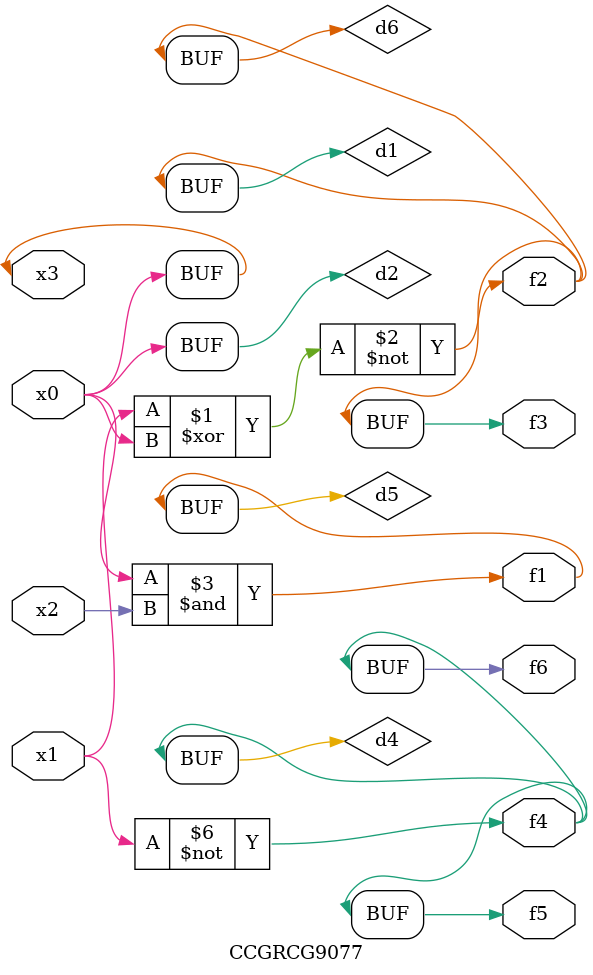
<source format=v>
module CCGRCG9077(
	input x0, x1, x2, x3,
	output f1, f2, f3, f4, f5, f6
);

	wire d1, d2, d3, d4, d5, d6;

	xnor (d1, x1, x3);
	buf (d2, x0, x3);
	nand (d3, x0, x2);
	not (d4, x1);
	nand (d5, d3);
	or (d6, d1);
	assign f1 = d5;
	assign f2 = d6;
	assign f3 = d6;
	assign f4 = d4;
	assign f5 = d4;
	assign f6 = d4;
endmodule

</source>
